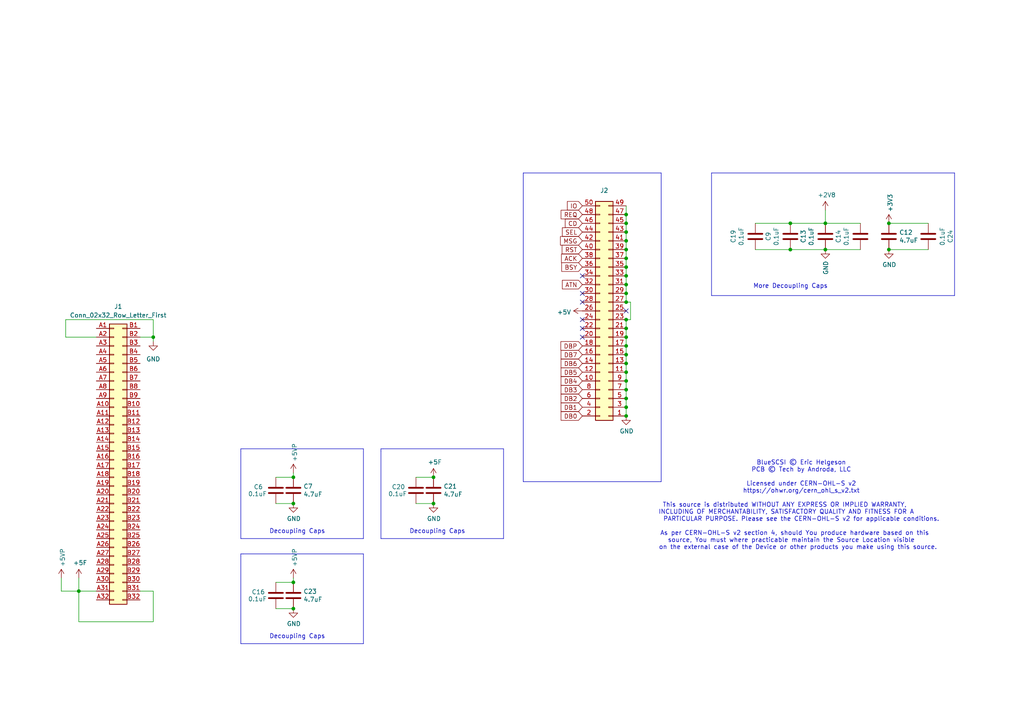
<source format=kicad_sch>
(kicad_sch (version 20250114) (generator "eeschema") (generator_version "9.0")
  (paper "A4")
  (title_block (title "4680-BlueSCSI V2") (date "2024-12-23") (rev "1.01") (company "Tech by Androda, LLC, SweProj.com"))
  (lib_symbols
    (symbol "Connector_Generic:Conn_02x25_Odd_Even" (pin_names (offset 1.016) (hide yes))
      (property "Reference" "J" (at 1.27 33.02 0))
      (property "Value" "Conn_02x25_Odd_Even" (at 1.27 -33.02 0))
      (symbol "Conn_02x25_Odd_Even_1_1"
        (rectangle (start -1.27 31.75) (end 3.81 -31.75) (stroke (width 0.254)) (fill (type background)))
        (rectangle (start -1.27 30.607) (end 0 30.353) (stroke (width 0.1524)))
        (rectangle (start -1.27 28.067) (end 0 27.813) (stroke (width 0.1524)))
        (rectangle (start -1.27 25.527) (end 0 25.273) (stroke (width 0.1524)))
        (rectangle (start -1.27 22.987) (end 0 22.733) (stroke (width 0.1524)))
        (rectangle (start -1.27 20.447) (end 0 20.193) (stroke (width 0.1524)))
        (rectangle (start -1.27 17.907) (end 0 17.653) (stroke (width 0.1524)))
        (rectangle (start -1.27 15.367) (end 0 15.113) (stroke (width 0.1524)))
        (rectangle (start -1.27 12.827) (end 0 12.573) (stroke (width 0.1524)))
        (rectangle (start -1.27 10.287) (end 0 10.033) (stroke (width 0.1524)))
        (rectangle (start -1.27 7.747) (end 0 7.493) (stroke (width 0.1524)))
        (rectangle (start -1.27 5.207) (end 0 4.953) (stroke (width 0.1524)))
        (rectangle (start -1.27 2.667) (end 0 2.413) (stroke (width 0.1524)))
        (rectangle (start -1.27 0.127) (end 0 -0.127) (stroke (width 0.1524)))
        (rectangle (start -1.27 -2.413) (end 0 -2.667) (stroke (width 0.1524)))
        (rectangle (start -1.27 -4.953) (end 0 -5.207) (stroke (width 0.1524)))
        (rectangle (start -1.27 -7.493) (end 0 -7.747) (stroke (width 0.1524)))
        (rectangle (start -1.27 -10.033) (end 0 -10.287) (stroke (width 0.1524)))
        (rectangle (start -1.27 -12.573) (end 0 -12.827) (stroke (width 0.1524)))
        (rectangle (start -1.27 -15.113) (end 0 -15.367) (stroke (width 0.1524)))
        (rectangle (start -1.27 -17.653) (end 0 -17.907) (stroke (width 0.1524)))
        (rectangle (start -1.27 -20.193) (end 0 -20.447) (stroke (width 0.1524)))
        (rectangle (start -1.27 -22.733) (end 0 -22.987) (stroke (width 0.1524)))
        (rectangle (start -1.27 -25.273) (end 0 -25.527) (stroke (width 0.1524)))
        (rectangle (start -1.27 -27.813) (end 0 -28.067) (stroke (width 0.1524)))
        (rectangle (start -1.27 -30.353) (end 0 -30.607) (stroke (width 0.1524)))
        (rectangle (start 3.81 30.607) (end 2.54 30.353) (stroke (width 0.1524)))
        (rectangle (start 3.81 28.067) (end 2.54 27.813) (stroke (width 0.1524)))
        (rectangle (start 3.81 25.527) (end 2.54 25.273) (stroke (width 0.1524)))
        (rectangle (start 3.81 22.987) (end 2.54 22.733) (stroke (width 0.1524)))
        (rectangle (start 3.81 20.447) (end 2.54 20.193) (stroke (width 0.1524)))
        (rectangle (start 3.81 17.907) (end 2.54 17.653) (stroke (width 0.1524)))
        (rectangle (start 3.81 15.367) (end 2.54 15.113) (stroke (width 0.1524)))
        (rectangle (start 3.81 12.827) (end 2.54 12.573) (stroke (width 0.1524)))
        (rectangle (start 3.81 10.287) (end 2.54 10.033) (stroke (width 0.1524)))
        (rectangle (start 3.81 7.747) (end 2.54 7.493) (stroke (width 0.1524)))
        (rectangle (start 3.81 5.207) (end 2.54 4.953) (stroke (width 0.1524)))
        (rectangle (start 3.81 2.667) (end 2.54 2.413) (stroke (width 0.1524)))
        (rectangle (start 3.81 0.127) (end 2.54 -0.127) (stroke (width 0.1524)))
        (rectangle (start 3.81 -2.413) (end 2.54 -2.667) (stroke (width 0.1524)))
        (rectangle (start 3.81 -4.953) (end 2.54 -5.207) (stroke (width 0.1524)))
        (rectangle (start 3.81 -7.493) (end 2.54 -7.747) (stroke (width 0.1524)))
        (rectangle (start 3.81 -10.033) (end 2.54 -10.287) (stroke (width 0.1524)))
        (rectangle (start 3.81 -12.573) (end 2.54 -12.827) (stroke (width 0.1524)))
        (rectangle (start 3.81 -15.113) (end 2.54 -15.367) (stroke (width 0.1524)))
        (rectangle (start 3.81 -17.653) (end 2.54 -17.907) (stroke (width 0.1524)))
        (rectangle (start 3.81 -20.193) (end 2.54 -20.447) (stroke (width 0.1524)))
        (rectangle (start 3.81 -22.733) (end 2.54 -22.987) (stroke (width 0.1524)))
        (rectangle (start 3.81 -25.273) (end 2.54 -25.527) (stroke (width 0.1524)))
        (rectangle (start 3.81 -27.813) (end 2.54 -28.067) (stroke (width 0.1524)))
        (rectangle (start 3.81 -30.353) (end 2.54 -30.607) (stroke (width 0.1524)))
        (pin passive line (at -5.08 30.48 0) (length 3.81) (name "Pin_1") (number "1"))
        (pin passive line (at -5.08 27.94 0) (length 3.81) (name "Pin_3") (number "3"))
        (pin passive line (at -5.08 25.4 0) (length 3.81) (name "Pin_5") (number "5"))
        (pin passive line (at -5.08 22.86 0) (length 3.81) (name "Pin_7") (number "7"))
        (pin passive line (at -5.08 20.32 0) (length 3.81) (name "Pin_9") (number "9"))
        (pin passive line (at -5.08 17.78 0) (length 3.81) (name "Pin_11") (number "11"))
        (pin passive line (at -5.08 15.24 0) (length 3.81) (name "Pin_13") (number "13"))
        (pin passive line (at -5.08 12.7 0) (length 3.81) (name "Pin_15") (number "15"))
        (pin passive line (at -5.08 10.16 0) (length 3.81) (name "Pin_17") (number "17"))
        (pin passive line (at -5.08 7.62 0) (length 3.81) (name "Pin_19") (number "19"))
        (pin passive line (at -5.08 5.08 0) (length 3.81) (name "Pin_21") (number "21"))
        (pin passive line (at -5.08 2.54 0) (length 3.81) (name "Pin_23") (number "23"))
        (pin passive line (at -5.08 0 0) (length 3.81) (name "Pin_25") (number "25"))
        (pin passive line (at -5.08 -2.54 0) (length 3.81) (name "Pin_27") (number "27"))
        (pin passive line (at -5.08 -5.08 0) (length 3.81) (name "Pin_29") (number "29"))
        (pin passive line (at -5.08 -7.62 0) (length 3.81) (name "Pin_31") (number "31"))
        (pin passive line (at -5.08 -10.16 0) (length 3.81) (name "Pin_33") (number "33"))
        (pin passive line (at -5.08 -12.7 0) (length 3.81) (name "Pin_35") (number "35"))
        (pin passive line (at -5.08 -15.24 0) (length 3.81) (name "Pin_37") (number "37"))
        (pin passive line (at -5.08 -17.78 0) (length 3.81) (name "Pin_39") (number "39"))
        (pin passive line (at -5.08 -20.32 0) (length 3.81) (name "Pin_41") (number "41"))
        (pin passive line (at -5.08 -22.86 0) (length 3.81) (name "Pin_43") (number "43"))
        (pin passive line (at -5.08 -25.4 0) (length 3.81) (name "Pin_45") (number "45"))
        (pin passive line (at -5.08 -27.94 0) (length 3.81) (name "Pin_47") (number "47"))
        (pin passive line (at -5.08 -30.48 0) (length 3.81) (name "Pin_49") (number "49"))
        (pin passive line (at 7.62 30.48 180) (length 3.81) (name "Pin_2") (number "2"))
        (pin passive line (at 7.62 27.94 180) (length 3.81) (name "Pin_4") (number "4"))
        (pin passive line (at 7.62 25.4 180) (length 3.81) (name "Pin_6") (number "6"))
        (pin passive line (at 7.62 22.86 180) (length 3.81) (name "Pin_8") (number "8"))
        (pin passive line (at 7.62 20.32 180) (length 3.81) (name "Pin_10") (number "10"))
        (pin passive line (at 7.62 17.78 180) (length 3.81) (name "Pin_12") (number "12"))
        (pin passive line (at 7.62 15.24 180) (length 3.81) (name "Pin_14") (number "14"))
        (pin passive line (at 7.62 12.7 180) (length 3.81) (name "Pin_16") (number "16"))
        (pin passive line (at 7.62 10.16 180) (length 3.81) (name "Pin_18") (number "18"))
        (pin passive line (at 7.62 7.62 180) (length 3.81) (name "Pin_20") (number "20"))
        (pin passive line (at 7.62 5.08 180) (length 3.81) (name "Pin_22") (number "22"))
        (pin passive line (at 7.62 2.54 180) (length 3.81) (name "Pin_24") (number "24"))
        (pin passive line (at 7.62 0 180) (length 3.81) (name "Pin_26") (number "26"))
        (pin passive line (at 7.62 -2.54 180) (length 3.81) (name "Pin_28") (number "28"))
        (pin passive line (at 7.62 -5.08 180) (length 3.81) (name "Pin_30") (number "30"))
        (pin passive line (at 7.62 -7.62 180) (length 3.81) (name "Pin_32") (number "32"))
        (pin passive line (at 7.62 -10.16 180) (length 3.81) (name "Pin_34") (number "34"))
        (pin passive line (at 7.62 -12.7 180) (length 3.81) (name "Pin_36") (number "36"))
        (pin passive line (at 7.62 -15.24 180) (length 3.81) (name "Pin_38") (number "38"))
        (pin passive line (at 7.62 -17.78 180) (length 3.81) (name "Pin_40") (number "40"))
        (pin passive line (at 7.62 -20.32 180) (length 3.81) (name "Pin_42") (number "42"))
        (pin passive line (at 7.62 -22.86 180) (length 3.81) (name "Pin_44") (number "44"))
        (pin passive line (at 7.62 -25.4 180) (length 3.81) (name "Pin_46") (number "46"))
        (pin passive line (at 7.62 -27.94 180) (length 3.81) (name "Pin_48") (number "48"))
        (pin passive line (at 7.62 -30.48 180) (length 3.81) (name "Pin_50") (number "50"))
      )
    )
    (symbol "Connector_Generic:Conn_02x32_Row_Letter_First" (pin_names (offset 1.016) (hide yes))
      (property "Reference" "J1" (at 1.27 44.45 0))
      (property "Value" "Conn_02x32_Row_Letter_First" (at 1.27 41.91 0))
      (symbol "Conn_02x32_Row_Letter_First_1_1"
        (rectangle (start -1.27 39.37) (end 3.81 -41.91) (stroke (width 0.254)) (fill (type background)))
        (rectangle (start -1.27 38.227) (end 0 37.973) (stroke (width 0.1524)))
        (rectangle (start -1.27 35.687) (end 0 35.433) (stroke (width 0.1524)))
        (rectangle (start -1.27 33.147) (end 0 32.893) (stroke (width 0.1524)))
        (rectangle (start -1.27 30.607) (end 0 30.353) (stroke (width 0.1524)))
        (rectangle (start -1.27 28.067) (end 0 27.813) (stroke (width 0.1524)))
        (rectangle (start -1.27 25.527) (end 0 25.273) (stroke (width 0.1524)))
        (rectangle (start -1.27 22.987) (end 0 22.733) (stroke (width 0.1524)))
        (rectangle (start -1.27 20.447) (end 0 20.193) (stroke (width 0.1524)))
        (rectangle (start -1.27 17.907) (end 0 17.653) (stroke (width 0.1524)))
        (rectangle (start -1.27 15.367) (end 0 15.113) (stroke (width 0.1524)))
        (rectangle (start -1.27 12.827) (end 0 12.573) (stroke (width 0.1524)))
        (rectangle (start -1.27 10.287) (end 0 10.033) (stroke (width 0.1524)))
        (rectangle (start -1.27 7.747) (end 0 7.493) (stroke (width 0.1524)))
        (rectangle (start -1.27 5.207) (end 0 4.953) (stroke (width 0.1524)))
        (rectangle (start -1.27 2.667) (end 0 2.413) (stroke (width 0.1524)))
        (rectangle (start -1.27 0.127) (end 0 -0.127) (stroke (width 0.1524)))
        (rectangle (start -1.27 -2.413) (end 0 -2.667) (stroke (width 0.1524)))
        (rectangle (start -1.27 -4.953) (end 0 -5.207) (stroke (width 0.1524)))
        (rectangle (start -1.27 -7.493) (end 0 -7.747) (stroke (width 0.1524)))
        (rectangle (start -1.27 -10.033) (end 0 -10.287) (stroke (width 0.1524)))
        (rectangle (start -1.27 -12.573) (end 0 -12.827) (stroke (width 0.1524)))
        (rectangle (start -1.27 -15.113) (end 0 -15.367) (stroke (width 0.1524)))
        (rectangle (start -1.27 -17.653) (end 0 -17.907) (stroke (width 0.1524)))
        (rectangle (start -1.27 -20.193) (end 0 -20.447) (stroke (width 0.1524)))
        (rectangle (start -1.27 -22.733) (end 0 -22.987) (stroke (width 0.1524)))
        (rectangle (start -1.27 -25.273) (end 0 -25.527) (stroke (width 0.1524)))
        (rectangle (start -1.27 -27.813) (end 0 -28.067) (stroke (width 0.1524)))
        (rectangle (start -1.27 -30.353) (end 0 -30.607) (stroke (width 0.1524)))
        (rectangle (start -1.27 -32.893) (end 0 -33.147) (stroke (width 0.1524)))
        (rectangle (start -1.27 -35.433) (end 0 -35.687) (stroke (width 0.1524)))
        (rectangle (start -1.27 -37.973) (end 0 -38.227) (stroke (width 0.1524)))
        (rectangle (start -1.27 -40.513) (end 0 -40.767) (stroke (width 0.1524)))
        (rectangle (start 3.81 38.227) (end 2.54 37.973) (stroke (width 0.1524)))
        (rectangle (start 3.81 35.687) (end 2.54 35.433) (stroke (width 0.1524)))
        (rectangle (start 3.81 33.147) (end 2.54 32.893) (stroke (width 0.1524)))
        (rectangle (start 3.81 30.607) (end 2.54 30.353) (stroke (width 0.1524)))
        (rectangle (start 3.81 28.067) (end 2.54 27.813) (stroke (width 0.1524)))
        (rectangle (start 3.81 25.527) (end 2.54 25.273) (stroke (width 0.1524)))
        (rectangle (start 3.81 22.987) (end 2.54 22.733) (stroke (width 0.1524)))
        (rectangle (start 3.81 20.447) (end 2.54 20.193) (stroke (width 0.1524)))
        (rectangle (start 3.81 17.907) (end 2.54 17.653) (stroke (width 0.1524)))
        (rectangle (start 3.81 15.367) (end 2.54 15.113) (stroke (width 0.1524)))
        (rectangle (start 3.81 12.827) (end 2.54 12.573) (stroke (width 0.1524)))
        (rectangle (start 3.81 10.287) (end 2.54 10.033) (stroke (width 0.1524)))
        (rectangle (start 3.81 7.747) (end 2.54 7.493) (stroke (width 0.1524)))
        (rectangle (start 3.81 5.207) (end 2.54 4.953) (stroke (width 0.1524)))
        (rectangle (start 3.81 2.667) (end 2.54 2.413) (stroke (width 0.1524)))
        (rectangle (start 3.81 0.127) (end 2.54 -0.127) (stroke (width 0.1524)))
        (rectangle (start 3.81 -2.413) (end 2.54 -2.667) (stroke (width 0.1524)))
        (rectangle (start 3.81 -4.953) (end 2.54 -5.207) (stroke (width 0.1524)))
        (rectangle (start 3.81 -7.493) (end 2.54 -7.747) (stroke (width 0.1524)))
        (rectangle (start 3.81 -10.033) (end 2.54 -10.287) (stroke (width 0.1524)))
        (rectangle (start 3.81 -12.573) (end 2.54 -12.827) (stroke (width 0.1524)))
        (rectangle (start 3.81 -15.113) (end 2.54 -15.367) (stroke (width 0.1524)))
        (rectangle (start 3.81 -17.653) (end 2.54 -17.907) (stroke (width 0.1524)))
        (rectangle (start 3.81 -20.193) (end 2.54 -20.447) (stroke (width 0.1524)))
        (rectangle (start 3.81 -22.733) (end 2.54 -22.987) (stroke (width 0.1524)))
        (rectangle (start 3.81 -25.273) (end 2.54 -25.527) (stroke (width 0.1524)))
        (rectangle (start 3.81 -27.813) (end 2.54 -28.067) (stroke (width 0.1524)))
        (rectangle (start 3.81 -30.353) (end 2.54 -30.607) (stroke (width 0.1524)))
        (rectangle (start 3.81 -32.893) (end 2.54 -33.147) (stroke (width 0.1524)))
        (rectangle (start 3.81 -35.433) (end 2.54 -35.687) (stroke (width 0.1524)))
        (rectangle (start 3.81 -37.973) (end 2.54 -38.227) (stroke (width 0.1524)))
        (rectangle (start 3.81 -40.513) (end 2.54 -40.767) (stroke (width 0.1524)))
        (pin passive line (at -5.08 38.1 0) (length 3.81) (name "Pin_a1") (number "A1"))
        (pin passive line (at -5.08 35.56 0) (length 3.81) (name "Pin_a2") (number "A2"))
        (pin passive line (at -5.08 33.02 0) (length 3.81) (name "Pin_a3") (number "A3"))
        (pin passive line (at -5.08 30.48 0) (length 3.81) (name "Pin_a4") (number "A4"))
        (pin passive line (at -5.08 27.94 0) (length 3.81) (name "Pin_a5") (number "A5"))
        (pin passive line (at -5.08 25.4 0) (length 3.81) (name "Pin_a6") (number "A6"))
        (pin passive line (at -5.08 22.86 0) (length 3.81) (name "Pin_a7") (number "A7"))
        (pin passive line (at -5.08 20.32 0) (length 3.81) (name "Pin_a8") (number "A8"))
        (pin passive line (at -5.08 17.78 0) (length 3.81) (name "Pin_a9") (number "A9"))
        (pin passive line (at -5.08 15.24 0) (length 3.81) (name "Pin_a10") (number "A10"))
        (pin passive line (at -5.08 12.7 0) (length 3.81) (name "Pin_a11") (number "A11"))
        (pin passive line (at -5.08 10.16 0) (length 3.81) (name "Pin_a12") (number "A12"))
        (pin passive line (at -5.08 7.62 0) (length 3.81) (name "Pin_a13") (number "A13"))
        (pin passive line (at -5.08 5.08 0) (length 3.81) (name "Pin_a14") (number "A14"))
        (pin passive line (at -5.08 2.54 0) (length 3.81) (name "Pin_a15") (number "A15"))
        (pin passive line (at -5.08 0 0) (length 3.81) (name "Pin_a16") (number "A16"))
        (pin passive line (at -5.08 -2.54 0) (length 3.81) (name "Pin_a17") (number "A17"))
        (pin passive line (at -5.08 -5.08 0) (length 3.81) (name "Pin_a18") (number "A18"))
        (pin passive line (at -5.08 -7.62 0) (length 3.81) (name "Pin_a19") (number "A19"))
        (pin passive line (at -5.08 -10.16 0) (length 3.81) (name "Pin_a20") (number "A20"))
        (pin passive line (at -5.08 -12.7 0) (length 3.81) (name "Pin_a21") (number "A21"))
        (pin passive line (at -5.08 -15.24 0) (length 3.81) (name "Pin_a22") (number "A22"))
        (pin passive line (at -5.08 -17.78 0) (length 3.81) (name "Pin_a23") (number "A23"))
        (pin passive line (at -5.08 -20.32 0) (length 3.81) (name "Pin_a24") (number "A24"))
        (pin passive line (at -5.08 -22.86 0) (length 3.81) (name "Pin_a25") (number "A25"))
        (pin passive line (at -5.08 -25.4 0) (length 3.81) (name "Pin_a26") (number "A26"))
        (pin passive line (at -5.08 -27.94 0) (length 3.81) (name "Pin_a27") (number "A27"))
        (pin passive line (at -5.08 -30.48 0) (length 3.81) (name "Pin_a28") (number "A28"))
        (pin passive line (at -5.08 -33.02 0) (length 3.81) (name "Pin_a29") (number "A29"))
        (pin passive line (at -5.08 -35.56 0) (length 3.81) (name "Pin_a30") (number "A30"))
        (pin passive line (at -5.08 -38.1 0) (length 3.81) (name "Pin_a31") (number "A31"))
        (pin passive line (at -5.08 -40.64 0) (length 3.81) (name "Pin_a32") (number "A32"))
        (pin passive line (at 7.62 38.1 180) (length 3.81) (name "Pin_b1") (number "B1"))
        (pin passive line (at 7.62 35.56 180) (length 3.81) (name "Pin_b2") (number "B2"))
        (pin passive line (at 7.62 33.02 180) (length 3.81) (name "Pin_b3") (number "B3"))
        (pin passive line (at 7.62 30.48 180) (length 3.81) (name "Pin_b4") (number "B4"))
        (pin passive line (at 7.62 27.94 180) (length 3.81) (name "Pin_b5") (number "B5"))
        (pin passive line (at 7.62 25.4 180) (length 3.81) (name "Pin_b6") (number "B6"))
        (pin passive line (at 7.62 22.86 180) (length 3.81) (name "Pin_b7") (number "B7"))
        (pin passive line (at 7.62 20.32 180) (length 3.81) (name "Pin_b8") (number "B8"))
        (pin passive line (at 7.62 17.78 180) (length 3.81) (name "Pin_b9") (number "B9"))
        (pin passive line (at 7.62 15.24 180) (length 3.81) (name "Pin_b10") (number "B10"))
        (pin passive line (at 7.62 12.7 180) (length 3.81) (name "Pin_b11") (number "B11"))
        (pin passive line (at 7.62 10.16 180) (length 3.81) (name "Pin_b12") (number "B12"))
        (pin passive line (at 7.62 7.62 180) (length 3.81) (name "Pin_b13") (number "B13"))
        (pin passive line (at 7.62 5.08 180) (length 3.81) (name "Pin_b14") (number "B14"))
        (pin passive line (at 7.62 2.54 180) (length 3.81) (name "Pin_b15") (number "B15"))
        (pin passive line (at 7.62 0 180) (length 3.81) (name "Pin_b16") (number "B16"))
        (pin passive line (at 7.62 -2.54 180) (length 3.81) (name "Pin_b17") (number "B17"))
        (pin passive line (at 7.62 -5.08 180) (length 3.81) (name "Pin_b18") (number "B18"))
        (pin passive line (at 7.62 -7.62 180) (length 3.81) (name "Pin_b19") (number "B19"))
        (pin passive line (at 7.62 -10.16 180) (length 3.81) (name "Pin_b20") (number "B20"))
        (pin passive line (at 7.62 -12.7 180) (length 3.81) (name "Pin_b21") (number "B21"))
        (pin passive line (at 7.62 -15.24 180) (length 3.81) (name "Pin_b22") (number "B22"))
        (pin passive line (at 7.62 -17.78 180) (length 3.81) (name "Pin_b23") (number "B23"))
        (pin passive line (at 7.62 -20.32 180) (length 3.81) (name "Pin_b24") (number "B24"))
        (pin passive line (at 7.62 -22.86 180) (length 3.81) (name "Pin_b25") (number "B25"))
        (pin passive line (at 7.62 -25.4 180) (length 3.81) (name "Pin_b26") (number "B26"))
        (pin passive line (at 7.62 -27.94 180) (length 3.81) (name "Pin_b27") (number "B27"))
        (pin passive line (at 7.62 -30.48 180) (length 3.81) (name "Pin_b28") (number "B28"))
        (pin passive line (at 7.62 -33.02 180) (length 3.81) (name "Pin_b29") (number "B29"))
        (pin passive line (at 7.62 -35.56 180) (length 3.81) (name "Pin_b30") (number "B30"))
        (pin passive line (at 7.62 -38.1 180) (length 3.81) (name "Pin_b31") (number "B31"))
        (pin passive line (at 7.62 -40.64 180) (length 3.81) (name "Pin_b32") (number "B32"))
      )
    )
    (symbol "Device:C" (pin_numbers (hide yes)) (pin_names (offset 0.254))
      (property "Reference" "C" (at 0.635 2.54 0))
      (property "Value" "C" (at 0.635 -2.54 0))
      (symbol "C_0_1"
        (polyline (pts (xy -2.032 0.762) (xy 2.032 0.762)) (stroke (width 0.508)))
        (polyline (pts (xy -2.032 -0.762) (xy 2.032 -0.762)) (stroke (width 0.508)))
      )
      (symbol "C_1_1"
        (pin passive line (at 0 3.81 270) (length 2.794) (name "~") (number "1"))
        (pin passive line (at 0 -3.81 90) (length 2.794) (name "~") (number "2"))
      )
    )
    (symbol "GND_1" (power) (pin_numbers (hide yes)) (pin_names (offset 0) (hide yes))
      (property "Value" "GND" (at 0 -3.81 0))
      (symbol "GND_1_0_1"
        (polyline (pts (xy 0 0) (xy 0 -1.27) (xy 1.27 -1.27) (xy 0 -2.54) (xy -1.27 -1.27) (xy 0 -1.27)))
      )
      (symbol "GND_1_1_1"
        (pin power_in line (at 0 0 270) (length 0) (name "~") (number "1"))
      )
    )
    (symbol "custom_symbols:+5V_TPWR" (power) (pin_names (offset 0))
      (property "Value" "custom_symbols_+5V_TPWR" (at 0 3.556 0))
      (symbol "+5V_TPWR_0_1"
        (polyline (pts (xy -0.762 1.27) (xy 0 2.54)))
        (polyline (pts (xy 0 2.54) (xy 0.762 1.27)))
        (polyline (pts (xy 0 0) (xy 0 2.54)))
      )
      (symbol "+5V_TPWR_1_1"
        (pin power_in line (at 0 0 90) (length 0) (hide yes) (name "+5V") (number "1"))
      )
    )
    (symbol "power:+2V8" (power) (pin_names (offset 0))
      (property "Value" "+2V8" (at 0 3.556 0))
      (symbol "+2V8_0_1"
        (polyline (pts (xy -0.762 1.27) (xy 0 2.54)))
        (polyline (pts (xy 0 2.54) (xy 0.762 1.27)))
        (polyline (pts (xy 0 0) (xy 0 2.54)))
      )
      (symbol "+2V8_1_1"
        (pin power_in line (at 0 0 90) (length 0) (hide yes) (name "+2V8") (number "1"))
      )
    )
    (symbol "power:+3V3" (power) (pin_names (offset 0))
      (property "Value" "+3V3" (at 0 3.556 0))
      (symbol "+3V3_0_1"
        (polyline (pts (xy -0.762 1.27) (xy 0 2.54)))
        (polyline (pts (xy 0 2.54) (xy 0.762 1.27)))
        (polyline (pts (xy 0 0) (xy 0 2.54)))
      )
      (symbol "+3V3_1_1"
        (pin power_in line (at 0 0 90) (length 0) (hide yes) (name "+3V3") (number "1"))
      )
    )
    (symbol "power:+5F" (power) (pin_names (offset 0))
      (property "Value" "+5F" (at 0 3.556 0))
      (symbol "+5F_0_1"
        (polyline (pts (xy -0.762 1.27) (xy 0 2.54)))
        (polyline (pts (xy 0 2.54) (xy 0.762 1.27)))
        (polyline (pts (xy 0 0) (xy 0 2.54)))
      )
      (symbol "+5F_1_1"
        (pin power_in line (at 0 0 90) (length 0) (hide yes) (name "+5F") (number "1"))
      )
    )
    (symbol "power:+5VP" (power) (pin_names (offset 0))
      (property "Value" "+5VP" (at 0 3.556 0))
      (symbol "+5VP_0_1"
        (polyline (pts (xy -0.762 1.27) (xy 0 2.54)))
        (polyline (pts (xy 0 2.54) (xy 0.762 1.27)))
        (polyline (pts (xy 0 0) (xy 0 2.54)))
      )
      (symbol "+5VP_1_1"
        (pin power_in line (at 0 0 90) (length 0) (hide yes) (name "+5VP") (number "1"))
      )
    )
    (symbol "power:GND" (power) (pin_names (offset 0))
      (property "Value" "GND" (at 0 -3.81 0))
      (symbol "GND_0_1"
        (polyline (pts (xy 0 0) (xy 0 -1.27) (xy 1.27 -1.27) (xy 0 -2.54) (xy -1.27 -1.27) (xy 0 -1.27)))
      )
      (symbol "GND_1_1"
        (pin power_in line (at 0 0 270) (length 0) (hide yes) (name "GND") (number "1"))
      )
    )
  )
  (text "Decoupling Caps" (at 78.105 185.42 0) (effects (font (size 1.27 1.27)) (justify left bottom)))
  (text "Decoupling Caps" (at 118.745 154.94 0) (effects (font (size 1.27 1.27)) (justify left bottom)))
  (text "Decoupling Caps" (at 78.105 154.94 0) (effects (font (size 1.27 1.27)) (justify left bottom)))
  (text "More Decoupling Caps" (at 218.44 83.82 0) (effects (font (size 1.27 1.27)) (justify left bottom)))
  (text "BlueSCSI © Eric Helgeson\nPCB © Tech by Androda, LLC\n\nLicensed under CERN-OHL-S v2\nhttps://ohwr.org/cern_ohl_s_v2.txt\n\nThis source is distributed WITHOUT ANY EXPRESS OR IMPLIED WARRANTY,          \nINCLUDING OF MERCHANTABILITY, SATISFACTORY QUALITY AND FITNESS FOR A         \nPARTICULAR PURPOSE. Please see the CERN-OHL-S v2 for applicable conditions.\n\nAs per CERN-OHL-S v2 section 4, should You produce hardware based on this    \nsource, You must where practicable maintain the Source Location visible      \non the external case of the Device or other products you make using this source.  \n" (at 232.41 146.558 0) (effects (font (size 1.27 1.27))))
  (junction (at 181.61 67.31))
  (junction (at 181.61 69.85))
  (junction (at 22.86 171.45))
  (junction (at 181.61 72.39))
  (junction (at 181.61 118.11))
  (junction (at 181.61 95.25))
  (junction (at 239.395 72.39))
  (junction (at 181.61 110.49))
  (junction (at 125.73 146.05))
  (junction (at 85.09 168.91))
  (junction (at 181.61 77.47))
  (junction (at 181.61 113.03))
  (junction (at 181.61 80.01))
  (junction (at 181.61 107.95))
  (junction (at 239.395 64.77))
  (junction (at 181.61 87.63))
  (junction (at 181.61 102.87))
  (junction (at 181.61 120.65))
  (junction (at 85.09 176.53))
  (junction (at 181.61 97.79))
  (junction (at 181.61 100.33))
  (junction (at 181.61 115.57))
  (junction (at 181.61 62.23))
  (junction (at 229.235 72.39))
  (junction (at 125.73 138.43))
  (junction (at 181.61 82.55))
  (junction (at 181.61 74.93))
  (junction (at 257.81 72.39))
  (junction (at 181.61 92.71))
  (junction (at 181.61 64.77))
  (junction (at 85.09 138.43))
  (junction (at 181.61 85.09))
  (junction (at 229.235 64.77))
  (junction (at 85.09 146.05))
  (junction (at 44.45 97.79))
  (junction (at 181.61 105.41))
  (junction (at 257.81 64.77))
  (no_connect (at 181.61 90.17))
  (no_connect (at 168.91 80.01))
  (no_connect (at 168.91 87.63))
  (no_connect (at 168.91 95.25))
  (no_connect (at 168.91 92.71))
  (no_connect (at 168.91 97.79))
  (no_connect (at 168.91 85.09))
  (wire (pts (xy 239.395 72.39) (xy 249.555 72.39)))
  (polyline (pts (xy 111.125 130.175) (xy 110.49 130.175)))
  (polyline (pts (xy 69.85 130.81) (xy 69.85 156.21)))
  (wire (pts (xy 182.88 87.63) (xy 181.61 87.63)))
  (polyline (pts (xy 70.485 160.655) (xy 105.41 160.655)))
  (wire (pts (xy 181.61 107.95) (xy 181.61 105.41)))
  (wire (pts (xy 181.61 80.01) (xy 181.61 77.47)))
  (wire (pts (xy 219.075 72.39) (xy 229.235 72.39)))
  (wire (pts (xy 181.61 62.23) (xy 181.61 59.69)))
  (wire (pts (xy 239.395 64.77) (xy 249.555 64.77)))
  (wire (pts (xy 181.61 110.49) (xy 181.61 107.95)))
  (polyline (pts (xy 110.49 130.175) (xy 110.49 130.81)))
  (wire (pts (xy 85.09 167.64) (xy 85.09 168.91)))
  (polyline (pts (xy 191.77 50.165) (xy 151.765 50.165)))
  (wire (pts (xy 17.78 171.45) (xy 22.86 171.45)))
  (polyline (pts (xy 70.485 130.175) (xy 69.85 130.175)))
  (wire (pts (xy 27.94 171.45) (xy 22.86 171.45)))
  (wire (pts (xy 239.395 60.96) (xy 239.395 64.77)))
  (wire (pts (xy 44.45 97.79) (xy 40.64 97.79)))
  (wire (pts (xy 182.88 92.71) (xy 182.88 87.63)))
  (polyline (pts (xy 111.125 130.175) (xy 146.05 130.175)))
  (wire (pts (xy 229.235 72.39) (xy 239.395 72.39)))
  (polyline (pts (xy 105.41 186.69) (xy 105.41 160.655)))
  (wire (pts (xy 85.09 137.16) (xy 85.09 138.43)))
  (wire (pts (xy 181.61 82.55) (xy 181.61 80.01)))
  (wire (pts (xy 181.61 87.63) (xy 181.61 85.09)))
  (polyline (pts (xy 69.85 160.655) (xy 69.85 161.29)))
  (wire (pts (xy 181.61 72.39) (xy 181.61 69.85)))
  (wire (pts (xy 219.075 64.77) (xy 229.235 64.77)))
  (polyline (pts (xy 105.41 156.21) (xy 105.41 130.175)))
  (wire (pts (xy 44.45 180.34) (xy 44.45 171.45)))
  (wire (pts (xy 257.81 72.39) (xy 269.24 72.39)))
  (wire (pts (xy 229.235 64.77) (xy 239.395 64.77)))
  (polyline (pts (xy 69.85 156.21) (xy 105.41 156.21)))
  (wire (pts (xy 80.01 168.91) (xy 85.09 168.91)))
  (wire (pts (xy 22.86 171.45) (xy 22.86 180.34)))
  (wire (pts (xy 181.61 113.03) (xy 181.61 110.49)))
  (wire (pts (xy 181.61 118.11) (xy 181.61 115.57)))
  (wire (pts (xy 181.61 95.25) (xy 181.61 92.71)))
  (polyline (pts (xy 276.86 50.165) (xy 276.86 85.725)))
  (wire (pts (xy 181.61 92.71) (xy 182.88 92.71)))
  (polyline (pts (xy 69.85 186.69) (xy 105.41 186.69)))
  (wire (pts (xy 19.05 97.79) (xy 19.05 92.71)))
  (polyline (pts (xy 110.49 130.81) (xy 110.49 156.21)))
  (wire (pts (xy 181.61 100.33) (xy 181.61 97.79)))
  (wire (pts (xy 44.45 171.45) (xy 40.64 171.45)))
  (polyline (pts (xy 276.86 85.725) (xy 206.375 85.725)))
  (wire (pts (xy 80.01 176.53) (xy 85.09 176.53)))
  (wire (pts (xy 181.61 69.85) (xy 181.61 67.31)))
  (wire (pts (xy 181.61 85.09) (xy 181.61 82.55)))
  (wire (pts (xy 19.05 92.71) (xy 44.45 92.71)))
  (wire (pts (xy 181.61 67.31) (xy 181.61 64.77)))
  (wire (pts (xy 120.65 138.43) (xy 125.73 138.43)))
  (polyline (pts (xy 110.49 156.21) (xy 146.05 156.21)))
  (wire (pts (xy 181.61 120.65) (xy 181.61 118.11)))
  (wire (pts (xy 181.61 97.79) (xy 181.61 95.25)))
  (wire (pts (xy 181.61 115.57) (xy 181.61 113.03)))
  (wire (pts (xy 80.01 138.43) (xy 85.09 138.43)))
  (wire (pts (xy 120.65 146.05) (xy 125.73 146.05)))
  (wire (pts (xy 181.61 77.47) (xy 181.61 74.93)))
  (polyline (pts (xy 70.485 130.175) (xy 105.41 130.175)))
  (polyline (pts (xy 206.375 50.165) (xy 206.375 85.725)))
  (polyline (pts (xy 151.765 139.7) (xy 191.77 139.7)))
  (polyline (pts (xy 146.05 156.21) (xy 146.05 130.175)))
  (wire (pts (xy 181.61 105.41) (xy 181.61 102.87)))
  (wire (pts (xy 44.45 97.79) (xy 44.45 99.06)))
  (wire (pts (xy 80.01 146.05) (xy 85.09 146.05)))
  (wire (pts (xy 181.61 102.87) (xy 181.61 100.33)))
  (polyline (pts (xy 69.85 161.29) (xy 69.85 186.69)))
  (wire (pts (xy 181.61 64.77) (xy 181.61 62.23)))
  (polyline (pts (xy 151.765 50.165) (xy 151.765 139.7)))
  (polyline (pts (xy 69.85 130.175) (xy 69.85 130.81)))
  (wire (pts (xy 22.86 180.34) (xy 44.45 180.34)))
  (polyline (pts (xy 70.485 160.655) (xy 69.85 160.655)))
  (wire (pts (xy 22.86 167.64) (xy 22.86 171.45)))
  (polyline (pts (xy 191.77 50.165) (xy 191.77 139.7)))
  (wire (pts (xy 257.81 64.77) (xy 269.24 64.77)))
  (wire (pts (xy 181.61 74.93) (xy 181.61 72.39)))
  (wire (pts (xy 44.45 92.71) (xy 44.45 97.79)))
  (polyline (pts (xy 206.375 50.165) (xy 276.86 50.165)))
  (wire (pts (xy 17.78 167.64) (xy 17.78 171.45)))
  (wire (pts (xy 27.94 97.79) (xy 19.05 97.79)))
  (global_label "IO" (shape input) (at 168.91 59.69 180) (property "Intersheetrefs" "${INTERSHEET_REFS}" (effects (hide yes))))
  (global_label "CD" (shape input) (at 168.91 64.77 180) (property "Intersheetrefs" "${INTERSHEET_REFS}" (effects (hide yes))))
  (global_label "DB7" (shape input) (at 168.91 102.87 180) (property "Intersheetrefs" "${INTERSHEET_REFS}" (effects (hide yes))))
  (global_label "DB2" (shape input) (at 168.91 115.57 180) (property "Intersheetrefs" "${INTERSHEET_REFS}" (effects (hide yes))))
  (global_label "ACK" (shape input) (at 168.91 74.93 180) (property "Intersheetrefs" "${INTERSHEET_REFS}" (effects (hide yes))))
  (global_label "SEL" (shape input) (at 168.91 67.31 180) (property "Intersheetrefs" "${INTERSHEET_REFS}" (effects (hide yes))))
  (global_label "DB6" (shape input) (at 168.91 105.41 180) (property "Intersheetrefs" "${INTERSHEET_REFS}" (effects (hide yes))))
  (global_label "MSG" (shape input) (at 168.91 69.85 180) (property "Intersheetrefs" "${INTERSHEET_REFS}" (effects (hide yes))))
  (global_label "BSY" (shape input) (at 168.91 77.47 180) (property "Intersheetrefs" "${INTERSHEET_REFS}" (effects (hide yes))))
  (global_label "DB1" (shape input) (at 168.91 118.11 180) (property "Intersheetrefs" "${INTERSHEET_REFS}" (effects (hide yes))))
  (global_label "DB3" (shape input) (at 168.91 113.03 180) (property "Intersheetrefs" "${INTERSHEET_REFS}" (effects (hide yes))))
  (global_label "ATN" (shape input) (at 168.91 82.55 180) (property "Intersheetrefs" "${INTERSHEET_REFS}" (effects (hide yes))))
  (global_label "DB0" (shape input) (at 168.91 120.65 180) (property "Intersheetrefs" "${INTERSHEET_REFS}" (effects (hide yes))))
  (global_label "DB4" (shape input) (at 168.91 110.49 180) (property "Intersheetrefs" "${INTERSHEET_REFS}" (effects (hide yes))))
  (global_label "DB5" (shape input) (at 168.91 107.95 180) (property "Intersheetrefs" "${INTERSHEET_REFS}" (effects (hide yes))))
  (global_label "RST" (shape input) (at 168.91 72.39 180) (property "Intersheetrefs" "${INTERSHEET_REFS}" (effects (hide yes))))
  (global_label "REQ" (shape input) (at 168.91 62.23 180) (property "Intersheetrefs" "${INTERSHEET_REFS}" (effects (hide yes))))
  (global_label "DBP" (shape input) (at 168.91 100.33 180) (property "Intersheetrefs" "${INTERSHEET_REFS}" (effects (hide yes))))
  (symbol (lib_id "Device:C") (at 80.01 142.24 180) (unit 1)
    (property "Reference" "C6" (at 74.93 141.224 0))
    (property "Value" "0.1uF" (at 74.676 143.256 0))
    (property "Footprint" "Capacitor_SMD:C_0402_1005Metric" (effects (hide yes)))
    (property "LCSC" "C1525" (effects (hide yes)))
  )
  (symbol (lib_id "Device:C") (at 80.01 172.72 180) (unit 1)
    (property "Reference" "C16" (at 74.93 171.704 0))
    (property "Value" "0.1uF" (at 74.676 173.736 0))
    (property "Footprint" "Capacitor_SMD:C_0402_1005Metric" (effects (hide yes)))
    (property "LCSC" "C1525" (effects (hide yes)))
  )
  (symbol (lib_id "Connector_Generic:Conn_02x32_Row_Letter_First") (at 33.02 133.35 0) (unit 1)
    (property "Reference" "J1" (at 34.29 88.9 0))
    (property "Value" "Conn_02x32_Row_Letter_First" (at 34.29 91.44 0))
    (property "Footprint" "BlackSASI:FAB64Q" (effects (hide yes)))
    (property "Description" "Generic connector, double row, 02x32, row letter first pin numbering scheme (pin number consists of a letter for the row and a number for the pin index in this row. a1, ..., aN; b1, ..., bN), script generated (kicad-library-utils/schlib/autogen/connector/)" (effects (hide yes)))
  )
  (symbol (lib_id "power:+5F") (at 125.73 138.43 0) (unit 1)
    (property "Reference" "#PWR070" (effects (hide yes)))
    (property "Value" "+5F" (at 126.111 134.0358 0))
  )
  (symbol (lib_id "power:GND") (at 85.09 146.05 0) (unit 1)
    (property "Reference" "#PWR026" (effects (hide yes)))
    (property "Value" "GND" (at 85.217 150.4442 0))
  )
  (symbol (lib_id "Device:C") (at 85.09 172.72 0) (unit 1)
    (property "Reference" "C23" (at 88.011 171.5516 0) (effects (justify left)))
    (property "Value" "4.7uF" (at 88.011 173.863 0) (effects (justify left)))
    (property "Footprint" "Capacitor_SMD:C_0805_2012Metric" (effects (hide yes)))
    (property "LCSC" "C1779" (effects (hide yes)))
  )
  (symbol (lib_id "power:+5F") (at 22.86 167.64 0) (unit 1)
    (property "Reference" "#PWR018" (effects (hide yes)))
    (property "Value" "+5F" (at 23.241 163.2458 0))
  )
  (symbol (lib_id "power:+3V3") (at 257.81 64.77 0) (unit 1)
    (property "Reference" "#PWR048" (effects (hide yes)))
    (property "Value" "+3V3" (at 258.191 61.5188 90) (effects (justify left)))
  )
  (symbol (lib_id "Connector_Generic:Conn_02x25_Odd_Even") (at 176.53 90.17 180) (unit 1)
    (property "Reference" "J2" (at 175.26 55.245 0))
    (property "Value" "Conn_02x25_Odd_Even" (effects (hide yes)))
    (property "Footprint" "Connector_IDC:IDC-Header_2x25_P2.54mm_Horizontal" (effects (hide yes)))
    (property "LCSC" "C383615" (effects (hide yes)))
  )
  (symbol (lib_name "GND_1") (lib_id "power:GND") (at 44.45 99.06 0) (unit 1)
    (property "Reference" "#PWR027" (effects (hide yes)))
    (property "Value" "GND" (at 44.45 104.14 0))
    (property "Description" "Power symbol creates a global label with name \"GND\" , ground" (effects (hide yes)))
  )
  (symbol (lib_id "Device:C") (at 120.65 142.24 180) (unit 1)
    (property "Reference" "C20" (at 115.57 141.224 0))
    (property "Value" "0.1uF" (at 115.316 143.256 0))
    (property "Footprint" "Capacitor_SMD:C_0402_1005Metric" (effects (hide yes)))
    (property "LCSC" "C1525" (effects (hide yes)))
  )
  (symbol (lib_id "power:+5VP") (at 85.09 137.16 0) (unit 1)
    (property "Reference" "#PWR025" (effects (hide yes)))
    (property "Value" "+5VP" (at 85.471 133.9088 90) (effects (justify left)))
  )
  (symbol (lib_id "power:GND") (at 257.81 72.39 0) (unit 1)
    (property "Reference" "#PWR050" (effects (hide yes)))
    (property "Value" "GND" (at 257.937 76.7842 0))
  )
  (symbol (lib_id "power:GND") (at 85.09 176.53 0) (unit 1)
    (property "Reference" "#PWR046" (effects (hide yes)))
    (property "Value" "GND" (at 85.217 180.9242 0))
  )
  (symbol (lib_id "Device:C") (at 269.24 68.58 0) (unit 1)
    (property "Reference" "C24" (at 275.6408 68.58 90))
    (property "Value" "0.1uF" (at 273.3294 68.58 90))
    (property "Footprint" "Capacitor_SMD:C_0402_1005Metric" (effects (hide yes)))
    (property "LCSC" "C1525" (effects (hide yes)))
  )
  (symbol (lib_id "Device:C") (at 249.555 68.58 180) (unit 1)
    (property "Reference" "C14" (at 243.1542 68.58 90))
    (property "Value" "0.1uF" (at 245.4656 68.58 90))
    (property "Footprint" "Capacitor_SMD:C_0402_1005Metric" (effects (hide yes)))
    (property "LCSC" "C1525" (effects (hide yes)))
  )
  (symbol (lib_id "custom_symbols:+5V_TPWR") (at 168.91 90.17 90) (mirror x) (unit 1)
    (property "Reference" "#PWR0121" (effects (hide yes)))
    (property "Value" "+5V" (at 165.6588 90.551 90) (effects (justify left)))
  )
  (symbol (lib_id "Device:C") (at 229.235 68.58 180) (unit 1)
    (property "Reference" "C9" (at 222.8342 68.58 90))
    (property "Value" "0.1uF" (at 225.1456 68.58 90))
    (property "Footprint" "Capacitor_SMD:C_0402_1005Metric" (effects (hide yes)))
    (property "LCSC" "C1525" (effects (hide yes)))
  )
  (symbol (lib_id "power:GND") (at 239.395 72.39 0) (unit 1)
    (property "Reference" "#PWR056" (effects (hide yes)))
    (property "Value" "GND" (at 239.522 75.6412 90) (effects (justify right)))
  )
  (symbol (lib_id "Device:C") (at 85.09 142.24 0) (unit 1)
    (property "Reference" "C7" (at 88.011 141.0716 0) (effects (justify left)))
    (property "Value" "4.7uF" (at 88.011 143.383 0) (effects (justify left)))
    (property "Footprint" "Capacitor_SMD:C_0805_2012Metric" (effects (hide yes)))
    (property "LCSC" "C1779" (effects (hide yes)))
  )
  (symbol (lib_id "power:GND") (at 125.73 146.05 0) (unit 1)
    (property "Reference" "#PWR071" (effects (hide yes)))
    (property "Value" "GND" (at 125.857 150.4442 0))
  )
  (symbol (lib_id "power:+5VP") (at 85.09 167.64 0) (unit 1)
    (property "Reference" "#PWR043" (effects (hide yes)))
    (property "Value" "+5VP" (at 85.471 164.3888 90) (effects (justify left)))
  )
  (symbol (lib_id "power:+5VP") (at 17.78 167.64 0) (unit 1)
    (property "Reference" "#PWR019" (effects (hide yes)))
    (property "Value" "+5VP" (at 18.161 164.3888 90) (effects (justify left)))
  )
  (symbol (lib_id "Device:C") (at 239.395 68.58 180) (unit 1)
    (property "Reference" "C13" (at 232.9942 68.58 90))
    (property "Value" "0.1uF" (at 235.3056 68.58 90))
    (property "Footprint" "Capacitor_SMD:C_0402_1005Metric" (effects (hide yes)))
    (property "LCSC" "C1525" (effects (hide yes)))
  )
  (symbol (lib_id "power:+2V8") (at 239.395 60.96 0) (unit 1)
    (property "Reference" "#PWR055" (effects (hide yes)))
    (property "Value" "+2V8" (at 239.776 56.5658 0))
  )
  (symbol (lib_id "power:GND") (at 181.61 120.65 0) (unit 1)
    (property "Reference" "#PWR0120" (effects (hide yes)))
    (property "Value" "GND" (at 181.737 125.0442 0))
  )
  (symbol (lib_id "Device:C") (at 125.73 142.24 0) (unit 1)
    (property "Reference" "C21" (at 128.651 141.0716 0) (effects (justify left)))
    (property "Value" "4.7uF" (at 128.651 143.383 0) (effects (justify left)))
    (property "Footprint" "Capacitor_SMD:C_0805_2012Metric" (effects (hide yes)))
    (property "LCSC" "C1779" (effects (hide yes)))
  )
  (symbol (lib_id "Device:C") (at 219.075 68.58 180) (unit 1)
    (property "Reference" "C19" (at 212.6742 68.58 90))
    (property "Value" "0.1uF" (at 214.9856 68.58 90))
    (property "Footprint" "Capacitor_SMD:C_0402_1005Metric" (effects (hide yes)))
    (property "LCSC" "C1525" (effects (hide yes)))
  )
  (symbol (lib_id "Device:C") (at 257.81 68.58 0) (unit 1)
    (property "Reference" "C12" (at 260.8072 67.4116 0) (effects (justify left)))
    (property "Value" "4.7uF" (at 260.8072 69.723 0) (effects (justify left)))
    (property "Footprint" "Capacitor_SMD:C_0805_2012Metric" (effects (hide yes)))
    (property "Description" "Unpolarized capacitor" (effects (hide yes)))
    (property "LCSC" "C1779" (effects (hide yes)))
  )
)
</source>
